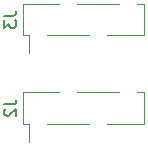
<source format=gbo>
G04 #@! TF.FileFunction,Legend,Bot*
%FSLAX46Y46*%
G04 Gerber Fmt 4.6, Leading zero omitted, Abs format (unit mm)*
G04 Created by KiCad (PCBNEW 4.0.7-e2-6376~58~ubuntu16.04.1) date Sat Jan 13 09:53:06 2018*
%MOMM*%
%LPD*%
G01*
G04 APERTURE LIST*
%ADD10C,0.100000*%
%ADD11C,0.120000*%
%ADD12C,0.150000*%
G04 APERTURE END LIST*
D10*
D11*
X159960000Y-113220000D02*
X159960000Y-115880000D01*
X170240000Y-113220000D02*
X170240000Y-115880000D01*
X162050000Y-115880000D02*
X165610000Y-115880000D01*
X167130000Y-115880000D02*
X170240000Y-115880000D01*
X159960000Y-113220000D02*
X163070000Y-113220000D01*
X160530000Y-115880000D02*
X160530000Y-117400000D01*
X159960000Y-115880000D02*
X160530000Y-115880000D01*
X169670000Y-113220000D02*
X170240000Y-113220000D01*
X164590000Y-113220000D02*
X168150000Y-113220000D01*
X159960000Y-105735000D02*
X159960000Y-108395000D01*
X170240000Y-105735000D02*
X170240000Y-108395000D01*
X162050000Y-108395000D02*
X165610000Y-108395000D01*
X167130000Y-108395000D02*
X170240000Y-108395000D01*
X159960000Y-105735000D02*
X163070000Y-105735000D01*
X160530000Y-108395000D02*
X160530000Y-109915000D01*
X159960000Y-108395000D02*
X160530000Y-108395000D01*
X169670000Y-105735000D02*
X170240000Y-105735000D01*
X164590000Y-105735000D02*
X168150000Y-105735000D01*
D12*
X158412381Y-114216667D02*
X159126667Y-114216667D01*
X159269524Y-114169047D01*
X159364762Y-114073809D01*
X159412381Y-113930952D01*
X159412381Y-113835714D01*
X158507619Y-114645238D02*
X158460000Y-114692857D01*
X158412381Y-114788095D01*
X158412381Y-115026191D01*
X158460000Y-115121429D01*
X158507619Y-115169048D01*
X158602857Y-115216667D01*
X158698095Y-115216667D01*
X158840952Y-115169048D01*
X159412381Y-114597619D01*
X159412381Y-115216667D01*
X158412381Y-106731667D02*
X159126667Y-106731667D01*
X159269524Y-106684047D01*
X159364762Y-106588809D01*
X159412381Y-106445952D01*
X159412381Y-106350714D01*
X158412381Y-107112619D02*
X158412381Y-107731667D01*
X158793333Y-107398333D01*
X158793333Y-107541191D01*
X158840952Y-107636429D01*
X158888571Y-107684048D01*
X158983810Y-107731667D01*
X159221905Y-107731667D01*
X159317143Y-107684048D01*
X159364762Y-107636429D01*
X159412381Y-107541191D01*
X159412381Y-107255476D01*
X159364762Y-107160238D01*
X159317143Y-107112619D01*
M02*

</source>
